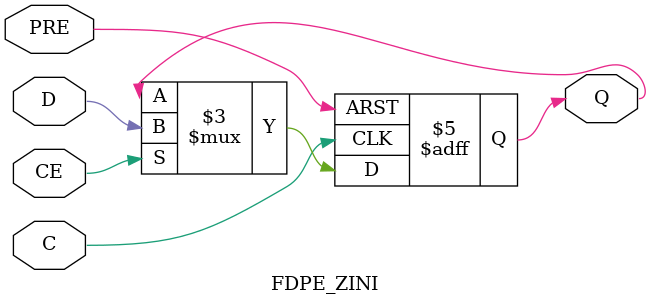
<source format=v>
module FDPE_ZINI (output reg Q, input C, CE, D, PRE);
  parameter [0:0] ZINI = 1'b0;
  parameter [0:0] IS_C_INVERTED = 1'b0;
  initial Q <= !ZINI;
  generate case (|IS_C_INVERTED)
    1'b0: always @(posedge C, posedge PRE) if (PRE) Q <= 1'b1; else if (CE) Q <= D;
    1'b1: always @(negedge C, posedge PRE) if (PRE) Q <= 1'b1; else if (CE) Q <= D;
  endcase endgenerate
endmodule
</source>
